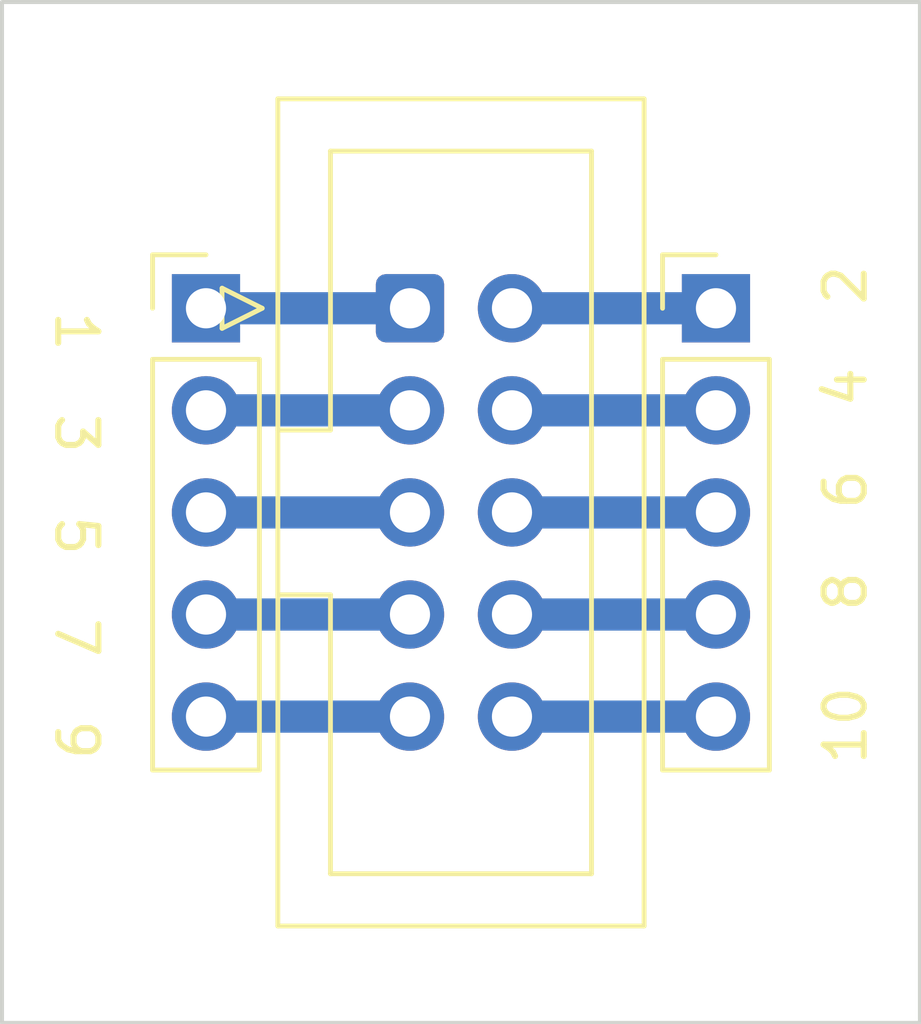
<source format=kicad_pcb>
(kicad_pcb (version 20221018) (generator pcbnew)
  (layers (0 "F.Cu" signal) (31 "B.Cu" signal) (34 "B.Paste" user) (35 "F.Paste" user) (36 "B.SilkS" user "B.Silkscreen") (37 "F.SilkS" user "F.Silkscreen") (38 "B.Mask" user) (39 "F.Mask" user) (44 "Edge.Cuts" user))
  (net 0 "")
  (net 1 "Net-(J1-Pin_1)")
  (net 2 "Net-(J1-Pin_2)")
  (net 3 "Net-(J1-Pin_3)")
  (net 4 "Net-(J1-Pin_4)")
  (net 5 "Net-(J1-Pin_5)")
  (net 6 "Net-(J1-Pin_6)")
  (net 7 "Net-(J1-Pin_7)")
  (net 8 "Net-(J1-Pin_8)")
  (net 9 "Net-(J1-Pin_9)")
  (net 10 "Net-(J1-Pin_10)")
  (footprint "Connector_PinHeader_2.54mm:PinHeader_1x05_P2.54mm_Vertical" (layer "F.Cu") (at 83.82 76.2)
    (fp_text reference "J2-1" hide)
    (fp_text value "~")
    (fp_line (start -1.33 -1.33) (end 0 -1.33) (stroke (width 0.12)) (layer "F.SilkS"))
    (fp_line (start -1.33 0) (end -1.33 -1.33) (stroke (width 0.12)) (layer "F.SilkS"))
    (fp_line (start -1.33 1.27) (end -1.33 11.49) (stroke (width 0.12)) (layer "F.SilkS"))
    (fp_line (start -1.33 1.27) (end 1.33 1.27) (stroke (width 0.12)) (layer "F.SilkS"))
    (fp_line (start -1.33 11.49) (end 1.33 11.49) (stroke (width 0.12)) (layer "F.SilkS"))
    (fp_line (start 1.33 1.27) (end 1.33 11.49) (stroke (width 0.12)) (layer "F.SilkS"))
    (pad "1" thru_hole rect (at 0 0) (size 1.7 1.7) (drill 1) (layers "*.Cu" "*.Mask") (net 1 "Net-(J1-Pin_1)"))
    (pad "2" thru_hole oval (at 0 2.54) (size 1.7 1.7) (drill 1) (layers "*.Cu" "*.Mask") (net 3 "Net-(J1-Pin_3)"))
    (pad "3" thru_hole oval (at 0 5.08) (size 1.7 1.7) (drill 1) (layers "*.Cu" "*.Mask") (net 5 "Net-(J1-Pin_5)"))
    (pad "4" thru_hole oval (at 0 7.62) (size 1.7 1.7) (drill 1) (layers "*.Cu" "*.Mask") (net 7 "Net-(J1-Pin_7)"))
    (pad "5" thru_hole oval (at 0 10.16) (size 1.7 1.7) (drill 1) (layers "*.Cu" "*.Mask") (net 9 "Net-(J1-Pin_9)"))
  )
  (footprint "Connector_IDC:IDC-Header_2x05_P2.54mm_Vertical" (layer "F.Cu") (at 88.9 76.2)
    (fp_text reference "J1" hide)
    (fp_text value "IDC")
    (fp_line (start -4.68 -0.5) (end -4.68 0.5) (stroke (width 0.12)) (layer "F.SilkS"))
    (fp_line (start -4.68 0.5) (end -3.68 0) (stroke (width 0.12)) (layer "F.SilkS"))
    (fp_line (start -3.68 0) (end -4.68 -0.5) (stroke (width 0.12)) (layer "F.SilkS"))
    (fp_line (start -3.29 -5.21) (end 5.83 -5.21) (stroke (width 0.12)) (layer "F.SilkS"))
    (fp_line (start -3.29 3.03) (end -1.98 3.03) (stroke (width 0.12)) (layer "F.SilkS"))
    (fp_line (start -3.29 15.37) (end -3.29 -5.21) (stroke (width 0.12)) (layer "F.SilkS"))
    (fp_line (start -1.98 -3.91) (end 4.52 -3.91) (stroke (width 0.12)) (layer "F.SilkS"))
    (fp_line (start -1.98 3.03) (end -1.98 -3.91) (stroke (width 0.12)) (layer "F.SilkS"))
    (fp_line (start -1.98 7.13) (end -3.29 7.13) (stroke (width 0.12)) (layer "F.SilkS"))
    (fp_line (start -1.98 7.13) (end -1.98 7.13) (stroke (width 0.12)) (layer "F.SilkS"))
    (fp_line (start -1.98 14.07) (end -1.98 7.13) (stroke (width 0.12)) (layer "F.SilkS"))
    (fp_line (start 4.52 -3.91) (end 4.52 14.07) (stroke (width 0.12)) (layer "F.SilkS"))
    (fp_line (start 4.52 14.07) (end -1.98 14.07) (stroke (width 0.12)) (layer "F.SilkS"))
    (fp_line (start 5.83 -5.21) (end 5.83 15.37) (stroke (width 0.12)) (layer "F.SilkS"))
    (fp_line (start 5.83 15.37) (end -3.29 15.37) (stroke (width 0.12)) (layer "F.SilkS"))
    (pad "1" thru_hole roundrect (at 0 0) (size 1.7 1.7) (drill 1) (layers "*.Cu" "*.Mask") (roundrect_rratio 0.147059) (net 1 "Net-(J1-Pin_1)"))
    (pad "2" thru_hole circle (at 2.54 0) (size 1.7 1.7) (drill 1) (layers "*.Cu" "*.Mask") (net 2 "Net-(J1-Pin_2)"))
    (pad "3" thru_hole circle (at 0 2.54) (size 1.7 1.7) (drill 1) (layers "*.Cu" "*.Mask") (net 3 "Net-(J1-Pin_3)"))
    (pad "4" thru_hole circle (at 2.54 2.54) (size 1.7 1.7) (drill 1) (layers "*.Cu" "*.Mask") (net 4 "Net-(J1-Pin_4)"))
    (pad "5" thru_hole circle (at 0 5.08) (size 1.7 1.7) (drill 1) (layers "*.Cu" "*.Mask") (net 5 "Net-(J1-Pin_5)"))
    (pad "6" thru_hole circle (at 2.54 5.08) (size 1.7 1.7) (drill 1) (layers "*.Cu" "*.Mask") (net 6 "Net-(J1-Pin_6)"))
    (pad "7" thru_hole circle (at 0 7.62) (size 1.7 1.7) (drill 1) (layers "*.Cu" "*.Mask") (net 7 "Net-(J1-Pin_7)"))
    (pad "8" thru_hole circle (at 2.54 7.62) (size 1.7 1.7) (drill 1) (layers "*.Cu" "*.Mask") (net 8 "Net-(J1-Pin_8)"))
    (pad "9" thru_hole circle (at 0 10.16) (size 1.7 1.7) (drill 1) (layers "*.Cu" "*.Mask") (net 9 "Net-(J1-Pin_9)"))
    (pad "10" thru_hole circle (at 2.54 10.16) (size 1.7 1.7) (drill 1) (layers "*.Cu" "*.Mask") (net 10 "Net-(J1-Pin_10)"))
  )
  (footprint "Connector_PinHeader_2.54mm:PinHeader_1x05_P2.54mm_Vertical" (layer "F.Cu") (at 96.52 76.2)
    (fp_text reference "J2-2" hide)
    (fp_text value "~")
    (fp_line (start -1.33 -1.33) (end 0 -1.33) (stroke (width 0.12)) (layer "F.SilkS"))
    (fp_line (start -1.33 0) (end -1.33 -1.33) (stroke (width 0.12)) (layer "F.SilkS"))
    (fp_line (start -1.33 1.27) (end -1.33 11.49) (stroke (width 0.12)) (layer "F.SilkS"))
    (fp_line (start -1.33 1.27) (end 1.33 1.27) (stroke (width 0.12)) (layer "F.SilkS"))
    (fp_line (start -1.33 11.49) (end 1.33 11.49) (stroke (width 0.12)) (layer "F.SilkS"))
    (fp_line (start 1.33 1.27) (end 1.33 11.49) (stroke (width 0.12)) (layer "F.SilkS"))
    (pad "1" thru_hole rect (at 0 0) (size 1.7 1.7) (drill 1) (layers "*.Cu" "*.Mask") (net 2 "Net-(J1-Pin_2)"))
    (pad "2" thru_hole oval (at 0 2.54) (size 1.7 1.7) (drill 1) (layers "*.Cu" "*.Mask") (net 4 "Net-(J1-Pin_4)"))
    (pad "3" thru_hole oval (at 0 5.08) (size 1.7 1.7) (drill 1) (layers "*.Cu" "*.Mask") (net 6 "Net-(J1-Pin_6)"))
    (pad "4" thru_hole oval (at 0 7.62) (size 1.7 1.7) (drill 1) (layers "*.Cu" "*.Mask") (net 8 "Net-(J1-Pin_8)"))
    (pad "5" thru_hole oval (at 0 10.16) (size 1.7 1.7) (drill 1) (layers "*.Cu" "*.Mask") (net 10 "Net-(J1-Pin_10)"))
  )
  (gr_rect (start 78.74 68.58) (end 101.6 93.98) (stroke (width 0.1)) (fill none) (layer "Edge.Cuts"))
  (gr_text "6" (at 100.33 81.28 90) (layer "F.SilkS") (effects (font (size 1 1)) (justify left bottom)))
  (gr_text "8" (at 100.33 83.82 90) (layer "F.SilkS") (effects (font (size 1 1)) (justify left bottom)))
  (gr_text "2" (at 100.33 76.2 90) (layer "F.SilkS") (effects (font (size 1 1)) (justify left bottom)))
  (gr_text "9" (at 80.01 86.36 270) (layer "F.SilkS") (effects (font (size 1 1)) (justify left bottom)))
  (gr_text "3" (at 80.01 78.74 270) (layer "F.SilkS") (effects (font (size 1 1)) (justify left bottom)))
  (gr_text "5" (at 80.01 81.28 270) (layer "F.SilkS") (effects (font (size 1 1)) (justify left bottom)))
  (gr_text "1" (at 80.01 76.2 -90) (layer "F.SilkS") (effects (font (size 1 1)) (justify left bottom)))
  (gr_text "7" (at 80.01 83.82 270) (layer "F.SilkS") (effects (font (size 1 1)) (justify left bottom)))
  (gr_text "10" (at 100.33 87.63 90) (layer "F.SilkS") (effects (font (size 1 1)) (justify left bottom)))
  (gr_text "4" (at 100.33 78.74 90) (layer "F.SilkS") (effects (font (size 1 1)) (justify left bottom)))
  (segment (start 88.9 76.2) (end 83.82 76.2) (width 0.8) (layer "B.Cu") (net 1))
  (segment (start 91.44 76.2) (end 96.52 76.2) (width 0.8) (layer "B.Cu") (net 2))
  (segment (start 88.9 78.74) (end 83.82 78.74) (width 0.8) (layer "B.Cu") (net 3))
  (segment (start 91.44 78.74) (end 96.52 78.74) (width 0.8) (layer "B.Cu") (net 4))
  (segment (start 88.9 81.28) (end 83.82 81.28) (width 0.8) (layer "B.Cu") (net 5))
  (segment (start 91.44 81.28) (end 96.52 81.28) (width 0.8) (layer "B.Cu") (net 6))
  (segment (start 88.9 83.82) (end 83.82 83.82) (width 0.8) (layer "B.Cu") (net 7))
  (segment (start 91.44 83.82) (end 96.52 83.82) (width 0.8) (layer "B.Cu") (net 8))
  (segment (start 88.9 86.36) (end 83.82 86.36) (width 0.8) (layer "B.Cu") (net 9))
  (segment (start 91.44 86.36) (end 96.52 86.36) (width 0.8) (layer "B.Cu") (net 10))
)
</source>
